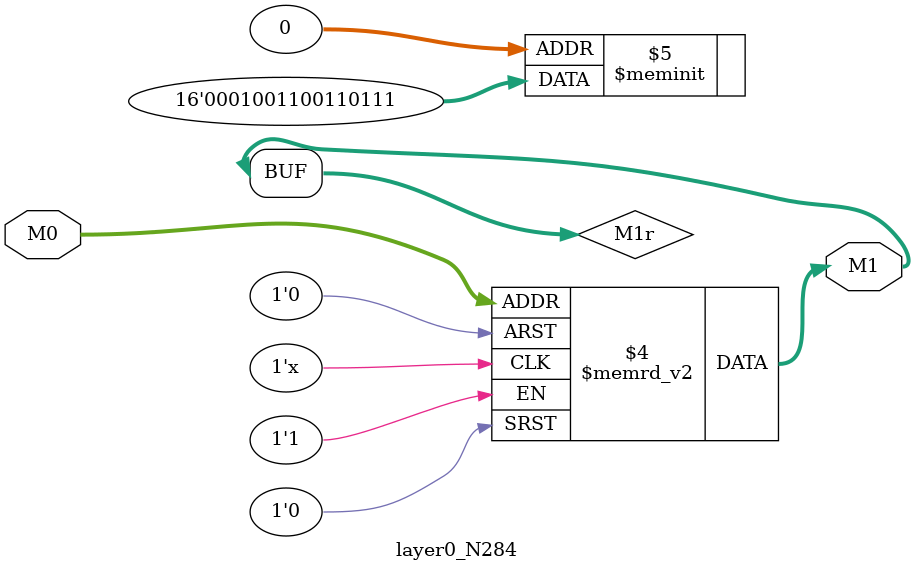
<source format=v>
module layer0_N284 ( input [2:0] M0, output [1:0] M1 );

	(*rom_style = "distributed" *) reg [1:0] M1r;
	assign M1 = M1r;
	always @ (M0) begin
		case (M0)
			3'b000: M1r = 2'b11;
			3'b100: M1r = 2'b11;
			3'b010: M1r = 2'b11;
			3'b110: M1r = 2'b01;
			3'b001: M1r = 2'b01;
			3'b101: M1r = 2'b00;
			3'b011: M1r = 2'b00;
			3'b111: M1r = 2'b00;

		endcase
	end
endmodule

</source>
